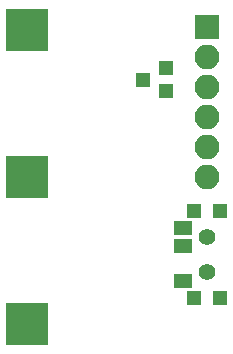
<source format=gbr>
G04 #@! TF.FileFunction,Soldermask,Top*
%FSLAX46Y46*%
G04 Gerber Fmt 4.6, Leading zero omitted, Abs format (unit mm)*
G04 Created by KiCad (PCBNEW 4.0.7) date 04/15/18 04:59:30*
%MOMM*%
%LPD*%
G01*
G04 APERTURE LIST*
%ADD10C,0.100000*%
%ADD11R,3.650000X3.650000*%
%ADD12R,2.100000X2.100000*%
%ADD13O,2.100000X2.100000*%
%ADD14C,1.400000*%
%ADD15R,1.650000X1.300000*%
%ADD16R,1.300000X1.300000*%
%ADD17R,1.300000X1.200000*%
G04 APERTURE END LIST*
D10*
D11*
X162560000Y-129286000D03*
X162560000Y-104394000D03*
X162560000Y-116840000D03*
D12*
X177800000Y-104140000D03*
D13*
X177800000Y-106680000D03*
X177800000Y-109220000D03*
X177800000Y-111760000D03*
X177800000Y-114300000D03*
X177800000Y-116840000D03*
D14*
X177800004Y-124919998D03*
X177800004Y-121919998D03*
D15*
X175725004Y-122669998D03*
X175725004Y-121169998D03*
X175725004Y-125669998D03*
D16*
X178900004Y-127119998D03*
X176700004Y-127119998D03*
X176700004Y-119719998D03*
X178900004Y-119719998D03*
D14*
X177800000Y-121920000D03*
X177800000Y-124920000D03*
D17*
X174355000Y-109535000D03*
X174355000Y-107635000D03*
X172355000Y-108585000D03*
M02*

</source>
